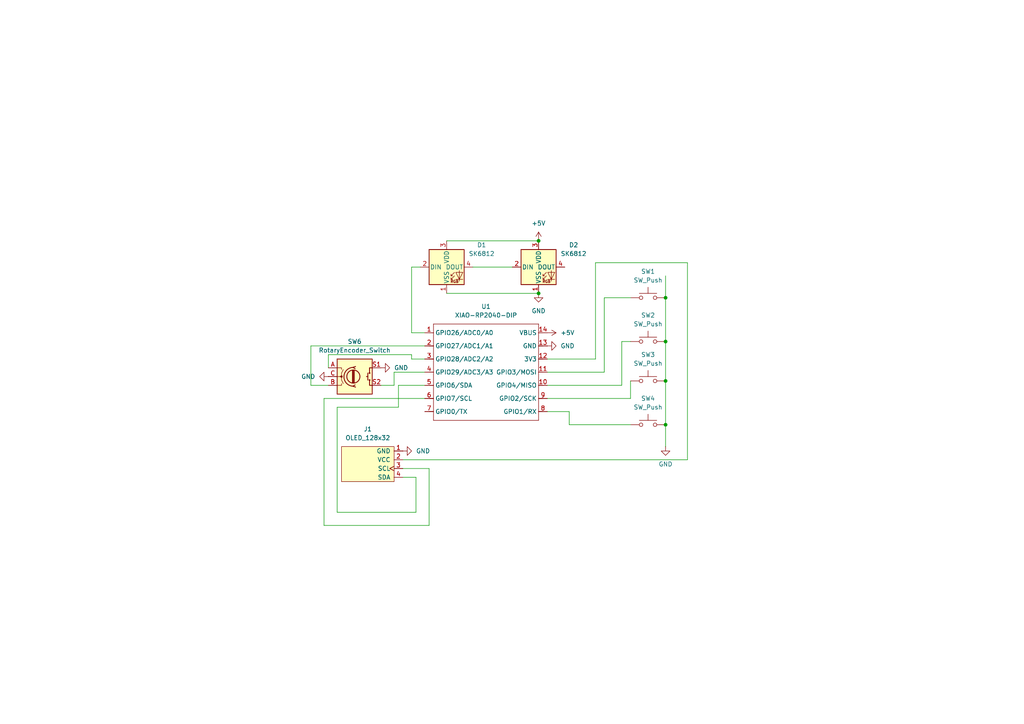
<source format=kicad_sch>
(kicad_sch (version 20250114) (generator "eeschema") (generator_version "9.0")
  (paper "A4")
  (lib_symbols
    (symbol "Device:RotaryEncoder_Switch" (pin_names (offset 0.254) (hide yes))
      (property "Reference" "SW" (at 0 6.604 0))
      (property "Value" "RotaryEncoder_Switch" (at 0 -6.604 0))
      (symbol "RotaryEncoder_Switch_0_1"
        (rectangle (start -5.08 5.08) (end 5.08 -5.08) (stroke (width 0.254)) (fill (type background)))
        (polyline (pts (xy -5.08 2.54) (xy -3.81 2.54) (xy -3.81 2.032)))
        (polyline (pts (xy -5.08 0) (xy -3.81 0) (xy -3.81 -1.016) (xy -3.302 -2.032)))
        (polyline (pts (xy -5.08 -2.54) (xy -3.81 -2.54) (xy -3.81 -2.032)))
        (polyline (pts (xy -4.318 0) (xy -3.81 0) (xy -3.81 1.016) (xy -3.302 2.032)))
        (circle (center -3.81 0) (radius 0.254) (fill (type outline)))
        (polyline (pts (xy -0.635 -1.778) (xy -0.635 1.778)) (stroke (width 0.254)))
        (circle (center -0.381 0) (radius 1.905) (stroke (width 0.254)))
        (polyline (pts (xy -0.381 -1.778) (xy -0.381 1.778)) (stroke (width 0.254)))
        (arc (start -0.381 -2.794) (mid -3.0988 -0.0635) (end -0.381 2.667) (stroke (width 0.254)))
        (polyline (pts (xy -0.127 1.778) (xy -0.127 -1.778)) (stroke (width 0.254)))
        (polyline (pts (xy 0.254 2.921) (xy -0.508 2.667) (xy 0.127 2.286)) (stroke (width 0.254)))
        (polyline (pts (xy 0.254 -3.048) (xy -0.508 -2.794) (xy 0.127 -2.413)) (stroke (width 0.254)))
        (polyline (pts (xy 3.81 1.016) (xy 3.81 -1.016)) (stroke (width 0.254)))
        (polyline (pts (xy 3.81 0) (xy 3.429 0)) (stroke (width 0.254)))
        (circle (center 4.318 1.016) (radius 0.127) (stroke (width 0.254)))
        (circle (center 4.318 -1.016) (radius 0.127) (stroke (width 0.254)))
        (polyline (pts (xy 5.08 2.54) (xy 4.318 2.54) (xy 4.318 1.016)) (stroke (width 0.254)))
        (polyline (pts (xy 5.08 -2.54) (xy 4.318 -2.54) (xy 4.318 -1.016)) (stroke (width 0.254)))
      )
      (symbol "RotaryEncoder_Switch_1_1"
        (pin passive line (at -7.62 2.54 0) (length 2.54) (name "A") (number "A"))
        (pin passive line (at -7.62 0 0) (length 2.54) (name "C") (number "C"))
        (pin passive line (at -7.62 -2.54 0) (length 2.54) (name "B") (number "B"))
        (pin passive line (at 7.62 2.54 180) (length 2.54) (name "S1") (number "S1"))
        (pin passive line (at 7.62 -2.54 180) (length 2.54) (name "S2") (number "S2"))
      )
    )
    (symbol "LED:SK6812" (pin_names (offset 0.254))
      (property "Reference" "D" (at 5.08 5.715 0))
      (property "Value" "SK6812" (at 1.27 -5.715 0))
      (symbol "SK6812_0_0"
        (text "RGB" (at 2.286 -4.191 0) (effects (font (size 0.762 0.762))))
      )
      (symbol "SK6812_0_1"
        (polyline (pts (xy 1.27 -2.54) (xy 1.778 -2.54)))
        (polyline (pts (xy 1.27 -3.556) (xy 1.778 -3.556)))
        (polyline (pts (xy 2.286 -1.524) (xy 1.27 -2.54) (xy 1.27 -2.032)))
        (polyline (pts (xy 2.286 -2.54) (xy 1.27 -3.556) (xy 1.27 -3.048)))
        (polyline (pts (xy 3.683 -1.016) (xy 3.683 -3.556) (xy 3.683 -4.064)))
        (polyline (pts (xy 4.699 -1.524) (xy 2.667 -1.524) (xy 3.683 -3.556) (xy 4.699 -1.524)))
        (polyline (pts (xy 4.699 -3.556) (xy 2.667 -3.556)))
        (rectangle (start 5.08 5.08) (end -5.08 -5.08) (stroke (width 0.254)) (fill (type background)))
      )
      (symbol "SK6812_1_1"
        (pin input line (at -7.62 0 0) (length 2.54) (name "DIN") (number "2"))
        (pin power_in line (at 0 7.62 270) (length 2.54) (name "VDD") (number "3"))
        (pin power_in line (at 0 -7.62 90) (length 2.54) (name "VSS") (number "1"))
        (pin output line (at 7.62 0 180) (length 2.54) (name "DOUT") (number "4"))
      )
    )
    (symbol "OPL:XIAO-RP2040-DIP"
      (property "Reference" "U" (at 0 0 0))
      (property "Value" "XIAO-RP2040-DIP" (at 5.334 -1.778 0))
      (symbol "XIAO-RP2040-DIP_1_0"
        (polyline (pts (xy -1.27 -2.54) (xy 29.21 -2.54)) (stroke (width 0.1524)))
        (polyline (pts (xy -1.27 -5.08) (xy -2.54 -5.08)) (stroke (width 0.1524)))
        (polyline (pts (xy -1.27 -5.08) (xy -1.27 -2.54)) (stroke (width 0.1524)))
        (polyline (pts (xy -1.27 -8.89) (xy -2.54 -8.89)) (stroke (width 0.1524)))
        (polyline (pts (xy -1.27 -8.89) (xy -1.27 -5.08)) (stroke (width 0.1524)))
        (polyline (pts (xy -1.27 -12.7) (xy -2.54 -12.7)) (stroke (width 0.1524)))
        (polyline (pts (xy -1.27 -12.7) (xy -1.27 -8.89)) (stroke (width 0.1524)))
        (polyline (pts (xy -1.27 -16.51) (xy -2.54 -16.51)) (stroke (width 0.1524)))
        (polyline (pts (xy -1.27 -16.51) (xy -1.27 -12.7)) (stroke (width 0.1524)))
        (polyline (pts (xy -1.27 -20.32) (xy -2.54 -20.32)) (stroke (width 0.1524)))
        (polyline (pts (xy -1.27 -24.13) (xy -2.54 -24.13)) (stroke (width 0.1524)))
        (polyline (pts (xy -1.27 -27.94) (xy -2.54 -27.94)) (stroke (width 0.1524)))
        (polyline (pts (xy -1.27 -30.48) (xy -1.27 -16.51)) (stroke (width 0.1524)))
        (polyline (pts (xy 29.21 -2.54) (xy 29.21 -5.08)) (stroke (width 0.1524)))
        (polyline (pts (xy 29.21 -5.08) (xy 29.21 -8.89)) (stroke (width 0.1524)))
        (polyline (pts (xy 29.21 -8.89) (xy 29.21 -12.7)) (stroke (width 0.1524)))
        (polyline (pts (xy 29.21 -12.7) (xy 29.21 -30.48)) (stroke (width 0.1524)))
        (polyline (pts (xy 29.21 -30.48) (xy -1.27 -30.48)) (stroke (width 0.1524)))
        (polyline (pts (xy 30.48 -5.08) (xy 29.21 -5.08)) (stroke (width 0.1524)))
        (polyline (pts (xy 30.48 -8.89) (xy 29.21 -8.89)) (stroke (width 0.1524)))
        (polyline (pts (xy 30.48 -12.7) (xy 29.21 -12.7)) (stroke (width 0.1524)))
        (polyline (pts (xy 30.48 -16.51) (xy 29.21 -16.51)) (stroke (width 0.1524)))
        (polyline (pts (xy 30.48 -20.32) (xy 29.21 -20.32)) (stroke (width 0.1524)))
        (polyline (pts (xy 30.48 -24.13) (xy 29.21 -24.13)) (stroke (width 0.1524)))
        (polyline (pts (xy 30.48 -27.94) (xy 29.21 -27.94)) (stroke (width 0.1524)))
        (pin passive line (at -3.81 -5.08 0) (length 2.54) (name "GPIO26/ADC0/A0") (number "1"))
        (pin passive line (at -3.81 -8.89 0) (length 2.54) (name "GPIO27/ADC1/A1") (number "2"))
        (pin passive line (at -3.81 -12.7 0) (length 2.54) (name "GPIO28/ADC2/A2") (number "3"))
        (pin passive line (at -3.81 -16.51 0) (length 2.54) (name "GPIO29/ADC3/A3") (number "4"))
        (pin passive line (at -3.81 -20.32 0) (length 2.54) (name "GPIO6/SDA") (number "5"))
        (pin passive line (at -3.81 -24.13 0) (length 2.54) (name "GPIO7/SCL") (number "6"))
        (pin passive line (at -3.81 -27.94 0) (length 2.54) (name "GPIO0/TX") (number "7"))
        (pin passive line (at 31.75 -5.08 180) (length 2.54) (name "VBUS") (number "14"))
        (pin passive line (at 31.75 -8.89 180) (length 2.54) (name "GND") (number "13"))
        (pin passive line (at 31.75 -12.7 180) (length 2.54) (name "3V3") (number "12"))
        (pin passive line (at 31.75 -16.51 180) (length 2.54) (name "GPIO3/MOSI") (number "11"))
        (pin passive line (at 31.75 -20.32 180) (length 2.54) (name "GPIO4/MISO") (number "10"))
        (pin passive line (at 31.75 -24.13 180) (length 2.54) (name "GPIO2/SCK") (number "9"))
        (pin passive line (at 31.75 -27.94 180) (length 2.54) (name "GPIO1/RX") (number "8"))
      )
    )
    (symbol "ScottoKeebs:OLED_128x32" (pin_names (offset 1.016))
      (property "Reference" "J" (at 0 -6.35 0))
      (property "Value" "OLED_128x32" (at 0 6.35 0))
      (symbol "OLED_128x32_0_1"
        (rectangle (start 0 5.08) (end 15.24 -5.08) (fill (type background)))
      )
      (symbol "OLED_128x32_1_1"
        (pin bidirectional line (at -2.54 3.81 0) (length 2.54) (name "SDA") (number "4"))
        (pin input clock (at -2.54 1.27 0) (length 2.54) (name "SCL") (number "3"))
        (pin power_in line (at -2.54 -1.27 0) (length 2.54) (name "VCC") (number "2"))
        (pin power_in line (at -2.54 -3.81 0) (length 2.54) (name "GND") (number "1"))
      )
    )
    (symbol "Switch:SW_Push" (pin_numbers (hide yes)) (pin_names (offset 1.016) (hide yes))
      (property "Reference" "SW" (at 1.27 2.54 0))
      (property "Value" "SW_Push" (at 0 -1.524 0))
      (symbol "SW_Push_0_1"
        (circle (center -2.032 0) (radius 0.508))
        (polyline (pts (xy 0 1.27) (xy 0 3.048)))
        (circle (center 2.032 0) (radius 0.508))
        (polyline (pts (xy 2.54 1.27) (xy -2.54 1.27)))
        (pin passive line (at -5.08 0 0) (length 2.54) (name "1") (number "1"))
        (pin passive line (at 5.08 0 180) (length 2.54) (name "2") (number "2"))
      )
    )
    (symbol "power:+5V" (power) (pin_numbers (hide yes)) (pin_names (offset 0) (hide yes))
      (property "Value" "+5V" (at 0 3.556 0))
      (symbol "+5V_0_1"
        (polyline (pts (xy -0.762 1.27) (xy 0 2.54)))
        (polyline (pts (xy 0 2.54) (xy 0.762 1.27)))
        (polyline (pts (xy 0 0) (xy 0 2.54)))
      )
      (symbol "+5V_1_1"
        (pin power_in line (at 0 0 90) (length 0) (name "~") (number "1"))
      )
    )
    (symbol "power:GND" (power) (pin_numbers (hide yes)) (pin_names (offset 0) (hide yes))
      (property "Value" "GND" (at 0 -3.81 0))
      (symbol "GND_0_1"
        (polyline (pts (xy 0 0) (xy 0 -1.27) (xy 1.27 -1.27) (xy 0 -2.54) (xy -1.27 -1.27) (xy 0 -1.27)))
      )
      (symbol "GND_1_1"
        (pin power_in line (at 0 0 270) (length 0) (name "~") (number "1"))
      )
    )
  )
  (junction (at 193.04 99.06))
  (junction (at 193.04 86.36))
  (junction (at 156.21 85.09))
  (junction (at 156.21 69.85))
  (junction (at 193.04 110.49))
  (junction (at 193.04 123.19))
  (wire (pts (xy 165.1 119.38) (xy 158.75 119.38)))
  (wire (pts (xy 120.65 148.59) (xy 97.79 148.59)))
  (wire (pts (xy 120.65 138.43) (xy 120.65 148.59)))
  (wire (pts (xy 95.25 111.76) (xy 90.17 111.76)))
  (wire (pts (xy 97.79 118.11) (xy 115.57 118.11)))
  (wire (pts (xy 124.46 135.89) (xy 124.46 152.4)))
  (wire (pts (xy 193.04 99.06) (xy 193.04 110.49)))
  (wire (pts (xy 93.98 115.57) (xy 123.19 115.57)))
  (wire (pts (xy 90.17 100.33) (xy 123.19 100.33)))
  (wire (pts (xy 116.84 133.35) (xy 199.39 133.35)))
  (wire (pts (xy 172.72 76.2) (xy 172.72 104.14)))
  (wire (pts (xy 114.3 111.76) (xy 114.3 107.95)))
  (wire (pts (xy 175.26 107.95) (xy 158.75 107.95)))
  (wire (pts (xy 129.54 69.85) (xy 156.21 69.85)))
  (wire (pts (xy 93.98 152.4) (xy 93.98 115.57)))
  (wire (pts (xy 115.57 111.76) (xy 115.57 118.11)))
  (wire (pts (xy 121.92 77.47) (xy 119.38 77.47)))
  (wire (pts (xy 180.34 99.06) (xy 180.34 111.76)))
  (wire (pts (xy 199.39 76.2) (xy 172.72 76.2)))
  (wire (pts (xy 119.38 96.52) (xy 123.19 96.52)))
  (wire (pts (xy 90.17 111.76) (xy 90.17 100.33)))
  (wire (pts (xy 182.88 110.49) (xy 182.88 115.57)))
  (wire (pts (xy 182.88 86.36) (xy 175.26 86.36)))
  (wire (pts (xy 124.46 152.4) (xy 93.98 152.4)))
  (wire (pts (xy 129.54 85.09) (xy 156.21 85.09)))
  (wire (pts (xy 182.88 99.06) (xy 180.34 99.06)))
  (wire (pts (xy 116.84 138.43) (xy 120.65 138.43)))
  (wire (pts (xy 193.04 80.01) (xy 193.04 86.36)))
  (wire (pts (xy 115.57 111.76) (xy 123.19 111.76)))
  (wire (pts (xy 119.38 77.47) (xy 119.38 96.52)))
  (wire (pts (xy 158.75 104.14) (xy 172.72 104.14)))
  (wire (pts (xy 114.3 107.95) (xy 123.19 107.95)))
  (wire (pts (xy 95.25 102.87) (xy 119.38 102.87)))
  (wire (pts (xy 175.26 86.36) (xy 175.26 107.95)))
  (wire (pts (xy 110.49 111.76) (xy 114.3 111.76)))
  (wire (pts (xy 193.04 110.49) (xy 193.04 123.19)))
  (wire (pts (xy 182.88 123.19) (xy 165.1 123.19)))
  (wire (pts (xy 137.16 77.47) (xy 148.59 77.47)))
  (wire (pts (xy 119.38 104.14) (xy 123.19 104.14)))
  (wire (pts (xy 95.25 106.68) (xy 95.25 102.87)))
  (wire (pts (xy 119.38 102.87) (xy 119.38 104.14)))
  (wire (pts (xy 199.39 133.35) (xy 199.39 76.2)))
  (wire (pts (xy 158.75 115.57) (xy 182.88 115.57)))
  (wire (pts (xy 97.79 148.59) (xy 97.79 118.11)))
  (wire (pts (xy 193.04 86.36) (xy 193.04 99.06)))
  (wire (pts (xy 158.75 111.76) (xy 180.34 111.76)))
  (wire (pts (xy 193.04 123.19) (xy 193.04 129.54)))
  (wire (pts (xy 165.1 123.19) (xy 165.1 119.38)))
  (wire (pts (xy 116.84 135.89) (xy 124.46 135.89)))
  (symbol (lib_id "ScottoKeebs:OLED_128x32") (at 114.3 134.62 180) (unit 1)
    (property "Reference" "J1" (at 106.68 124.46 0))
    (property "Value" "OLED_128x32" (at 106.68 127 0))
    (property "Footprint" "ScottoKeebs_Components:OLED_128x32" (effects (hide yes)))
  )
  (symbol (lib_id "OPL:XIAO-RP2040-DIP") (at 127 91.44 0) (unit 1)
    (property "Reference" "U1" (at 140.97 88.9 0))
    (property "Value" "XIAO-RP2040-DIP" (at 140.97 91.44 0))
    (property "Footprint" "OPL:XIAO-RP2040-DIP" (effects (hide yes)))
  )
  (symbol (lib_id "power:+5V") (at 158.75 96.52 270) (unit 1)
    (property "Reference" "#PWR04" (effects (hide yes)))
    (property "Value" "+5V" (at 162.56 96.5199 90) (effects (justify left)))
    (property "Description" "Power symbol creates a global label with name \"+5V\"" (effects (hide yes)))
  )
  (symbol (lib_id "Switch:SW_Push") (at 187.96 99.06 0) (mirror y) (unit 1)
    (property "Reference" "SW2" (at 187.96 91.44 0))
    (property "Value" "SW_Push" (at 187.96 93.98 0))
    (property "Footprint" "Button_Switch_Keyboard:SW_Cherry_MX_1.00u_PCB" (effects (hide yes)))
    (property "Description" "Push button switch, generic, two pins" (effects (hide yes)))
  )
  (symbol (lib_id "power:GND") (at 158.75 100.33 90) (unit 1)
    (property "Reference" "#PWR03" (effects (hide yes)))
    (property "Value" "GND" (at 162.56 100.3299 90) (effects (justify right)))
    (property "Description" "Power symbol creates a global label with name \"GND\" , ground" (effects (hide yes)))
  )
  (symbol (lib_id "power:GND") (at 110.49 106.68 90) (unit 1)
    (property "Reference" "#PWR06" (effects (hide yes)))
    (property "Value" "GND" (at 114.3 106.6799 90) (effects (justify right)))
    (property "Description" "Power symbol creates a global label with name \"GND\" , ground" (effects (hide yes)))
  )
  (symbol (lib_id "LED:SK6812") (at 156.21 77.47 0) (unit 1)
    (property "Reference" "D2" (at 166.37 71.0498 0))
    (property "Value" "SK6812" (at 166.37 73.5898 0))
    (property "Footprint" "LED_SMD:LED_SK6812MINI_PLCC4_3.5x3.5mm_P1.75mm" (effects (hide yes)))
    (property "Datasheet" "https://cdn-shop.adafruit.com/product-files/1138/SK6812+LED+datasheet+.pdf" (effects (hide yes)))
    (property "Description" "RGB LED with integrated controller" (effects (hide yes)))
  )
  (symbol (lib_id "power:GND") (at 116.84 130.81 90) (unit 1)
    (property "Reference" "#PWR08" (effects (hide yes)))
    (property "Value" "GND" (at 120.65 130.8099 90) (effects (justify right)))
    (property "Description" "Power symbol creates a global label with name \"GND\" , ground" (effects (hide yes)))
  )
  (symbol (lib_id "Device:RotaryEncoder_Switch") (at 102.87 109.22 0) (unit 1)
    (property "Reference" "SW6" (at 102.87 99.06 0))
    (property "Value" "RotaryEncoder_Switch" (at 102.87 101.6 0))
    (property "Footprint" "Rotary_Encoder:RotaryEncoder_Alps_EC11E-Switch_Vertical_H20mm" (effects (hide yes)))
    (property "Description" "Rotary encoder, dual channel, incremental quadrate outputs, with switch" (effects (hide yes)))
  )
  (symbol (lib_id "power:GND") (at 95.25 109.22 270) (unit 1)
    (property "Reference" "#PWR07" (effects (hide yes)))
    (property "Value" "GND" (at 91.44 109.2199 90) (effects (justify right)))
    (property "Description" "Power symbol creates a global label with name \"GND\" , ground" (effects (hide yes)))
  )
  (symbol (lib_id "LED:SK6812") (at 129.54 77.47 0) (unit 1)
    (property "Reference" "D1" (at 139.7 71.0498 0))
    (property "Value" "SK6812" (at 139.7 73.5898 0))
    (property "Footprint" "LED_SMD:LED_SK6812MINI_PLCC4_3.5x3.5mm_P1.75mm" (effects (hide yes)))
    (property "Datasheet" "https://cdn-shop.adafruit.com/product-files/1138/SK6812+LED+datasheet+.pdf" (effects (hide yes)))
    (property "Description" "RGB LED with integrated controller" (effects (hide yes)))
  )
  (symbol (lib_id "Switch:SW_Push") (at 187.96 123.19 0) (mirror y) (unit 1)
    (property "Reference" "SW4" (at 187.96 115.57 0))
    (property "Value" "SW_Push" (at 187.96 118.11 0))
    (property "Footprint" "Button_Switch_Keyboard:SW_Cherry_MX_1.00u_PCB" (effects (hide yes)))
    (property "Description" "Push button switch, generic, two pins" (effects (hide yes)))
  )
  (symbol (lib_id "Switch:SW_Push") (at 187.96 86.36 0) (mirror y) (unit 1)
    (property "Reference" "SW1" (at 187.96 78.74 0))
    (property "Value" "SW_Push" (at 187.96 81.28 0))
    (property "Footprint" "Button_Switch_Keyboard:SW_Cherry_MX_1.00u_PCB" (effects (hide yes)))
    (property "Description" "Push button switch, generic, two pins" (effects (hide yes)))
  )
  (symbol (lib_id "power:GND") (at 156.21 85.09 0) (unit 1)
    (property "Reference" "#PWR01" (effects (hide yes)))
    (property "Value" "GND" (at 156.21 90.17 0))
    (property "Description" "Power symbol creates a global label with name \"GND\" , ground" (effects (hide yes)))
  )
  (symbol (lib_id "power:GND") (at 193.04 129.54 0) (mirror y) (unit 1)
    (property "Reference" "#PWR02" (effects (hide yes)))
    (property "Value" "GND" (at 193.04 134.62 0))
    (property "Description" "Power symbol creates a global label with name \"GND\" , ground" (effects (hide yes)))
  )
  (symbol (lib_id "Switch:SW_Push") (at 187.96 110.49 0) (mirror y) (unit 1)
    (property "Reference" "SW3" (at 187.96 102.87 0))
    (property "Value" "SW_Push" (at 187.96 105.41 0))
    (property "Footprint" "Button_Switch_Keyboard:SW_Cherry_MX_1.00u_PCB" (effects (hide yes)))
    (property "Description" "Push button switch, generic, two pins" (effects (hide yes)))
  )
  (symbol (lib_id "power:+5V") (at 156.21 69.85 0) (unit 1)
    (property "Reference" "#PWR05" (effects (hide yes)))
    (property "Value" "+5V" (at 156.21 64.77 0))
    (property "Description" "Power symbol creates a global label with name \"+5V\"" (effects (hide yes)))
  )
)
</source>
